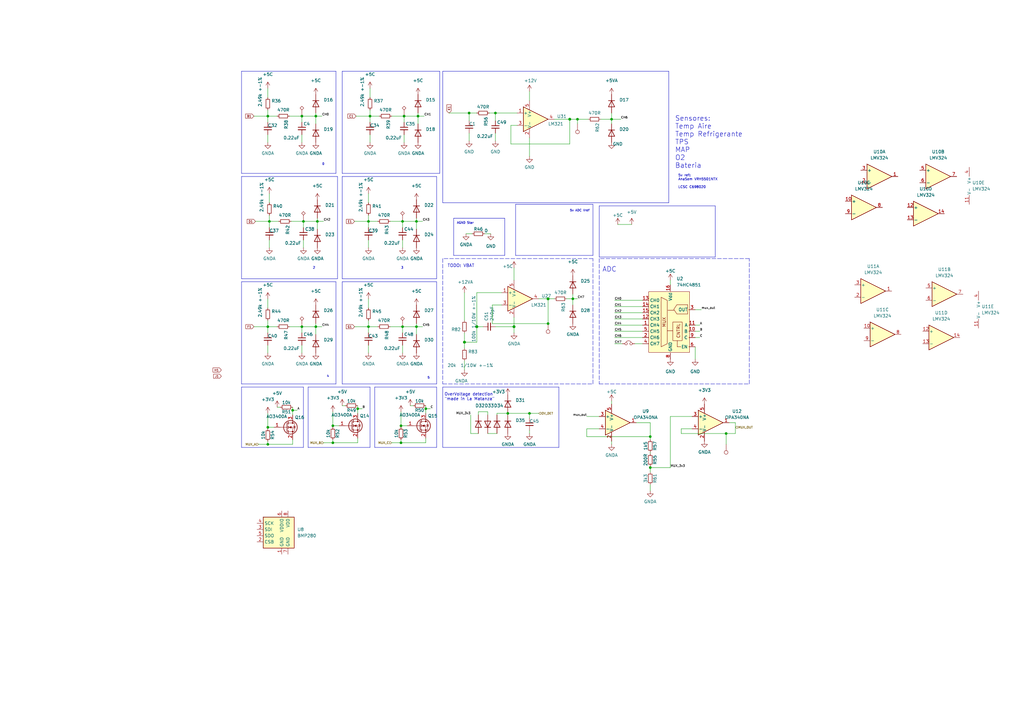
<source format=kicad_sch>
(kicad_sch (version 20230121) (generator eeschema)
  (paper "A3")
  (title_block (title "uEFI") (date "%%date%%") (rev "%%version%%") (company "Churrosoft") (comment 1 "MIT Licence"))
  (junction (at 129.54 47.625))
  (junction (at 250.825 48.895))
  (junction (at 233.68 48.895) (diameter 1.016))
  (junction (at 164.465 174.625))
  (junction (at 195.58 133.985) (diameter 1.016))
  (junction (at 234.95 122.555))
  (junction (at 110.49 90.805))
  (junction (at 109.855 47.625))
  (junction (at 120.015 168.275))
  (junction (at 165.1 133.985))
  (junction (at 236.855 48.895))
  (junction (at 297.815 177.8))
  (junction (at 136.525 181.61))
  (junction (at 109.855 133.985))
  (junction (at 123.825 47.625))
  (junction (at 224.79 122.555) (diameter 1.016))
  (junction (at 170.815 133.985))
  (junction (at 109.855 175.26))
  (junction (at 217.17 169.545))
  (junction (at 174.625 167.64))
  (junction (at 192.405 46.355))
  (junction (at 129.54 133.985))
  (junction (at 224.79 132.715))
  (junction (at 151.13 133.985))
  (junction (at 146.685 167.64))
  (junction (at 124.46 90.805))
  (junction (at 266.7 191.77))
  (junction (at 210.82 133.985) (diameter 1.016))
  (junction (at 208.28 169.545))
  (junction (at 151.13 90.805))
  (junction (at 165.1 90.805))
  (junction (at 266.7 179.07))
  (junction (at 170.815 90.805))
  (junction (at 136.525 174.625))
  (junction (at 171.45 47.625))
  (junction (at 203.2 46.355))
  (junction (at 164.465 181.61))
  (junction (at 130.175 90.805))
  (junction (at 123.825 133.985))
  (junction (at 165.735 47.625))
  (junction (at 109.855 182.245))
  (junction (at 190.5 140.335) (diameter 1.016))
  (junction (at 151.765 47.625))
  (wire (pts (xy 203.835 169.545) (xy 208.28 169.545)))
  (polyline (pts (xy 99.06 115.57) (xy 137.795 115.57)))
  (wire (pts (xy 120.015 168.275) (xy 120.015 170.18)))
  (wire (pts (xy 274.955 170.815) (xy 283.845 170.815)))
  (wire (pts (xy 165.735 55.245) (xy 165.735 58.42)))
  (wire (pts (xy 109.855 141.605) (xy 109.855 144.78)))
  (polyline (pts (xy 181.61 157.48) (xy 243.205 157.48)) (stroke (width 0) (type dash)))
  (polyline (pts (xy 140.335 29.21) (xy 180.34 29.21)))
  (wire (pts (xy 240.665 175.895) (xy 240.665 179.07)))
  (wire (pts (xy 170.815 89.535) (xy 170.815 90.805)))
  (wire (pts (xy 266.7 185.42) (xy 266.7 186.055)))
  (wire (pts (xy 205.74 125.095) (xy 201.93 125.095)))
  (wire (pts (xy 266.7 191.77) (xy 266.7 193.675)))
  (polyline (pts (xy 179.07 114.3) (xy 140.335 114.3)))
  (wire (pts (xy 151.765 47.625) (xy 155.575 47.625)))
  (polyline (pts (xy 137.795 29.21) (xy 137.795 71.12)))
  (polyline (pts (xy 153.67 158.75) (xy 153.67 183.515)))
  (polyline (pts (xy 140.335 115.57) (xy 140.335 157.48)))
  (polyline (pts (xy 274.32 29.21) (xy 274.32 83.185)))
  (polyline (pts (xy 181.61 29.21) (xy 274.32 29.21)))
  (wire (pts (xy 266.7 191.135) (xy 266.7 191.77)))
  (wire (pts (xy 124.46 93.345) (xy 124.46 90.805)))
  (wire (pts (xy 145.415 90.805) (xy 151.13 90.805)))
  (wire (pts (xy 196.215 168.91) (xy 200.025 168.91)))
  (wire (pts (xy 190.5 120.015) (xy 190.5 131.445)))
  (wire (pts (xy 266.7 179.07) (xy 266.7 180.34)))
  (wire (pts (xy 104.14 47.625) (xy 109.855 47.625)))
  (wire (pts (xy 120.015 168.275) (xy 121.92 168.275)))
  (wire (pts (xy 210.82 114.935) (xy 210.82 109.855)))
  (wire (pts (xy 217.17 169.545) (xy 220.98 169.545)))
  (wire (pts (xy 193.04 177.8) (xy 196.215 177.8)))
  (wire (pts (xy 274.955 114.935) (xy 274.955 116.84)))
  (wire (pts (xy 279.4 177.8) (xy 297.815 177.8)))
  (wire (pts (xy 246.38 48.895) (xy 250.825 48.895)))
  (wire (pts (xy 190.5 140.335) (xy 190.5 142.875)))
  (wire (pts (xy 130.175 90.805) (xy 132.715 90.805)))
  (wire (pts (xy 234.95 120.65) (xy 234.95 122.555)))
  (wire (pts (xy 129.54 133.985) (xy 132.08 133.985)))
  (polyline (pts (xy 245.745 84.455) (xy 245.745 105.41)))
  (polyline (pts (xy 126.365 158.75) (xy 151.765 158.75)))
  (wire (pts (xy 109.855 182.245) (xy 120.015 182.245)))
  (wire (pts (xy 250.825 46.355) (xy 250.825 48.895)))
  (polyline (pts (xy 137.795 71.12) (xy 99.06 71.12)))
  (wire (pts (xy 283.845 175.895) (xy 279.4 175.895)))
  (wire (pts (xy 203.2 46.355) (xy 212.09 46.355)))
  (polyline (pts (xy 211.455 83.82) (xy 211.455 104.775)))
  (wire (pts (xy 200.025 177.8) (xy 203.835 177.8)))
  (wire (pts (xy 151.13 90.805) (xy 154.94 90.805)))
  (wire (pts (xy 109.855 175.895) (xy 109.855 175.26)))
  (wire (pts (xy 203.2 54.61) (xy 203.2 57.785)))
  (polyline (pts (xy 181.61 158.75) (xy 181.61 183.515)))
  (wire (pts (xy 129.54 46.355) (xy 129.54 47.625)))
  (polyline (pts (xy 138.43 72.39) (xy 138.43 114.3)))
  (wire (pts (xy 274.955 191.77) (xy 274.955 170.815)))
  (wire (pts (xy 192.405 46.355) (xy 192.405 49.53)))
  (wire (pts (xy 118.745 47.625) (xy 123.825 47.625)))
  (polyline (pts (xy 181.61 158.75) (xy 229.235 158.75)))
  (wire (pts (xy 110.49 90.805) (xy 114.3 90.805)))
  (wire (pts (xy 224.79 122.555) (xy 220.98 122.555)))
  (wire (pts (xy 170.815 133.985) (xy 173.355 133.985)))
  (polyline (pts (xy 179.07 157.48) (xy 140.335 157.48)))
  (wire (pts (xy 110.49 79.375) (xy 110.49 83.185)))
  (polyline (pts (xy 140.335 72.39) (xy 179.07 72.39)))
  (wire (pts (xy 160.02 90.805) (xy 165.1 90.805)))
  (wire (pts (xy 233.68 48.895) (xy 227.33 48.895)))
  (wire (pts (xy 160.02 133.985) (xy 165.1 133.985)))
  (wire (pts (xy 151.13 98.425) (xy 151.13 101.6)))
  (wire (pts (xy 240.665 170.815) (xy 245.745 170.815)))
  (polyline (pts (xy 181.61 106.045) (xy 181.61 157.48)) (stroke (width 0) (type dash)))
  (wire (pts (xy 184.15 46.355) (xy 192.405 46.355)))
  (wire (pts (xy 201.93 132.715) (xy 224.79 132.715)))
  (wire (pts (xy 106.045 182.245) (xy 109.855 182.245)))
  (polyline (pts (xy 245.745 106.045) (xy 245.745 157.48)) (stroke (width 0) (type dash)))
  (wire (pts (xy 174.625 167.64) (xy 176.53 167.64)))
  (wire (pts (xy 198.12 133.985) (xy 195.58 133.985)))
  (wire (pts (xy 104.14 133.985) (xy 109.855 133.985)))
  (wire (pts (xy 250.825 164.465) (xy 250.825 165.735)))
  (polyline (pts (xy 126.365 158.75) (xy 126.365 183.515)))
  (wire (pts (xy 191.135 95.885) (xy 193.675 95.885)))
  (polyline (pts (xy 211.455 83.82) (xy 243.205 83.82)))
  (wire (pts (xy 217.17 176.53) (xy 217.17 177.8)))
  (wire (pts (xy 165.735 47.625) (xy 171.45 47.625)))
  (wire (pts (xy 165.1 90.805) (xy 170.815 90.805)))
  (wire (pts (xy 165.1 98.425) (xy 165.1 101.6)))
  (wire (pts (xy 233.68 48.895) (xy 236.855 48.895)))
  (wire (pts (xy 203.2 46.355) (xy 203.2 49.53)))
  (wire (pts (xy 285.115 142.24) (xy 285.115 147.32)))
  (wire (pts (xy 164.465 180.34) (xy 164.465 181.61)))
  (wire (pts (xy 124.46 98.425) (xy 124.46 101.6)))
  (wire (pts (xy 208.28 169.545) (xy 217.17 169.545)))
  (wire (pts (xy 110.49 90.805) (xy 110.49 93.345)))
  (polyline (pts (xy 99.06 158.75) (xy 99.06 183.515)))
  (polyline (pts (xy 186.055 89.535) (xy 189.865 89.535)))
  (polyline (pts (xy 245.745 84.455) (xy 293.37 84.455)))
  (wire (pts (xy 170.815 90.805) (xy 173.355 90.805)))
  (wire (pts (xy 109.855 169.545) (xy 109.855 175.26)))
  (wire (pts (xy 193.04 170.18) (xy 193.04 177.8)))
  (polyline (pts (xy 153.67 158.75) (xy 179.07 158.75)))
  (polyline (pts (xy 138.43 114.3) (xy 99.06 114.3)))
  (polyline (pts (xy 293.37 105.41) (xy 293.37 84.455)))
  (polyline (pts (xy 153.67 183.515) (xy 179.07 183.515)))
  (wire (pts (xy 170.815 132.715) (xy 170.815 133.985)))
  (wire (pts (xy 236.855 48.895) (xy 241.3 48.895)))
  (wire (pts (xy 174.625 179.705) (xy 174.625 181.61)))
  (wire (pts (xy 232.41 122.555) (xy 234.95 122.555)))
  (wire (pts (xy 140.335 166.37) (xy 141.605 166.37)))
  (wire (pts (xy 136.525 175.26) (xy 136.525 174.625)))
  (wire (pts (xy 252.095 135.89) (xy 263.525 135.89)))
  (wire (pts (xy 234.95 122.555) (xy 236.855 122.555)))
  (wire (pts (xy 151.13 133.985) (xy 154.94 133.985)))
  (wire (pts (xy 110.49 98.425) (xy 110.49 101.6)))
  (wire (pts (xy 165.1 141.605) (xy 165.1 144.78)))
  (wire (pts (xy 129.54 133.985) (xy 129.54 137.16)))
  (wire (pts (xy 201.93 125.095) (xy 201.93 132.715)))
  (wire (pts (xy 253.365 92.075) (xy 259.08 92.075)))
  (polyline (pts (xy 99.06 158.75) (xy 124.46 158.75)))
  (wire (pts (xy 301.625 177.8) (xy 301.625 173.355)))
  (polyline (pts (xy 274.32 83.185) (xy 181.61 83.185)))
  (wire (pts (xy 109.855 175.26) (xy 112.395 175.26)))
  (wire (pts (xy 190.5 147.955) (xy 190.5 151.765)))
  (wire (pts (xy 195.58 120.015) (xy 205.74 120.015)))
  (wire (pts (xy 297.815 177.8) (xy 297.815 182.245)))
  (wire (pts (xy 151.13 141.605) (xy 151.13 144.78)))
  (wire (pts (xy 171.45 46.355) (xy 171.45 47.625)))
  (wire (pts (xy 136.525 168.91) (xy 136.525 174.625)))
  (wire (pts (xy 192.405 54.61) (xy 192.405 57.785)))
  (wire (pts (xy 217.17 41.275) (xy 217.17 37.465)))
  (wire (pts (xy 165.1 133.985) (xy 170.815 133.985)))
  (wire (pts (xy 123.825 50.165) (xy 123.825 47.625)))
  (wire (pts (xy 104.775 90.805) (xy 110.49 90.805)))
  (wire (pts (xy 118.745 133.985) (xy 123.825 133.985)))
  (wire (pts (xy 297.815 177.8) (xy 301.625 177.8)))
  (polyline (pts (xy 180.34 29.21) (xy 180.34 71.12)))
  (polyline (pts (xy 179.07 183.515) (xy 179.07 158.75)))
  (wire (pts (xy 123.825 133.985) (xy 129.54 133.985)))
  (polyline (pts (xy 186.055 104.775) (xy 186.055 89.535)))
  (polyline (pts (xy 151.765 183.515) (xy 151.765 158.75)))
  (polyline (pts (xy 140.335 29.21) (xy 140.335 71.12)))
  (wire (pts (xy 132.715 181.61) (xy 136.525 181.61)))
  (wire (pts (xy 123.825 141.605) (xy 123.825 144.78)))
  (polyline (pts (xy 243.205 106.045) (xy 181.61 106.045)) (stroke (width 0) (type dash)))
  (polyline (pts (xy 207.01 89.535) (xy 207.01 104.775)))
  (wire (pts (xy 210.82 133.985) (xy 210.82 130.175)))
  (wire (pts (xy 252.095 128.27) (xy 263.525 128.27)))
  (wire (pts (xy 250.825 180.975) (xy 250.825 182.245)))
  (wire (pts (xy 136.525 180.34) (xy 136.525 181.61)))
  (wire (pts (xy 123.825 47.625) (xy 129.54 47.625)))
  (wire (pts (xy 119.38 90.805) (xy 124.46 90.805)))
  (wire (pts (xy 285.115 133.35) (xy 287.02 133.35)))
  (polyline (pts (xy 207.01 104.775) (xy 186.055 104.775)))
  (wire (pts (xy 151.13 90.805) (xy 151.13 93.345)))
  (wire (pts (xy 200.025 168.91) (xy 200.025 170.18)))
  (wire (pts (xy 123.825 136.525) (xy 123.825 133.985)))
  (wire (pts (xy 151.13 88.265) (xy 151.13 90.805)))
  (wire (pts (xy 195.58 120.015) (xy 195.58 133.985)))
  (wire (pts (xy 151.13 133.985) (xy 151.13 136.525)))
  (wire (pts (xy 109.855 131.445) (xy 109.855 133.985)))
  (wire (pts (xy 171.45 47.625) (xy 171.45 50.8)))
  (polyline (pts (xy 137.795 157.48) (xy 99.06 157.48)))
  (polyline (pts (xy 99.06 72.39) (xy 99.06 114.3)))
  (wire (pts (xy 285.115 135.89) (xy 287.02 135.89)))
  (wire (pts (xy 252.095 140.97) (xy 255.27 140.97)))
  (wire (pts (xy 260.35 140.97) (xy 263.525 140.97)))
  (wire (pts (xy 165.1 93.345) (xy 165.1 90.805)))
  (wire (pts (xy 195.58 133.985) (xy 195.58 140.335)))
  (wire (pts (xy 170.815 90.805) (xy 170.815 93.98)))
  (wire (pts (xy 192.405 46.355) (xy 195.58 46.355)))
  (wire (pts (xy 129.54 132.715) (xy 129.54 133.985)))
  (wire (pts (xy 266.7 198.755) (xy 266.7 201.295)))
  (wire (pts (xy 109.855 47.625) (xy 109.855 50.165)))
  (wire (pts (xy 209.55 59.055) (xy 233.68 59.055)))
  (wire (pts (xy 285.115 127) (xy 287.655 127)))
  (polyline (pts (xy 99.06 29.21) (xy 99.06 71.12)))
  (polyline (pts (xy 307.34 106.045) (xy 245.745 106.045)) (stroke (width 0) (type dash)))
  (wire (pts (xy 236.855 50.8) (xy 236.855 48.895)))
  (wire (pts (xy 109.855 36.195) (xy 109.855 40.005)))
  (wire (pts (xy 240.665 179.07) (xy 266.7 179.07)))
  (polyline (pts (xy 99.06 183.515) (xy 124.46 183.515)))
  (wire (pts (xy 252.095 138.43) (xy 263.525 138.43)))
  (wire (pts (xy 124.46 90.805) (xy 130.175 90.805)))
  (wire (pts (xy 151.13 131.445) (xy 151.13 133.985)))
  (wire (pts (xy 165.735 50.165) (xy 165.735 47.625)))
  (wire (pts (xy 171.45 47.625) (xy 173.99 47.625)))
  (polyline (pts (xy 243.205 157.48) (xy 243.205 106.045)) (stroke (width 0) (type dash)))
  (wire (pts (xy 212.09 51.435) (xy 209.55 51.435)))
  (wire (pts (xy 160.655 181.61) (xy 164.465 181.61)))
  (wire (pts (xy 146.05 47.625) (xy 151.765 47.625)))
  (wire (pts (xy 145.415 133.985) (xy 151.13 133.985)))
  (wire (pts (xy 252.095 133.35) (xy 263.525 133.35)))
  (wire (pts (xy 109.855 55.245) (xy 109.855 58.42)))
  (wire (pts (xy 250.825 48.895) (xy 254.635 48.895)))
  (polyline (pts (xy 189.865 89.535) (xy 207.01 89.535)))
  (wire (pts (xy 198.755 95.885) (xy 201.295 95.885)))
  (wire (pts (xy 146.685 179.705) (xy 146.685 181.61)))
  (wire (pts (xy 301.625 173.355) (xy 299.085 173.355)))
  (wire (pts (xy 200.66 46.355) (xy 203.2 46.355)))
  (wire (pts (xy 217.17 171.45) (xy 217.17 169.545)))
  (wire (pts (xy 170.815 133.985) (xy 170.815 137.16)))
  (wire (pts (xy 209.55 51.435) (xy 209.55 59.055)))
  (wire (pts (xy 130.175 90.805) (xy 130.175 93.98)))
  (polyline (pts (xy 124.46 183.515) (xy 124.46 158.75)))
  (wire (pts (xy 151.765 45.085) (xy 151.765 47.625)))
  (wire (pts (xy 266.7 191.77) (xy 274.955 191.77)))
  (polyline (pts (xy 99.06 72.39) (xy 138.43 72.39)))
  (polyline (pts (xy 211.455 104.775) (xy 243.205 104.775)))
  (wire (pts (xy 113.665 167.005) (xy 114.935 167.005)))
  (wire (pts (xy 279.4 175.895) (xy 279.4 177.8)))
  (wire (pts (xy 120.015 180.34) (xy 120.015 182.245)))
  (polyline (pts (xy 99.06 115.57) (xy 99.06 157.48)))
  (polyline (pts (xy 137.795 115.57) (xy 137.795 157.48)))
  (wire (pts (xy 136.525 174.625) (xy 139.065 174.625)))
  (wire (pts (xy 174.625 166.37) (xy 174.625 167.64)))
  (polyline (pts (xy 180.34 71.12) (xy 140.335 71.12)))
  (wire (pts (xy 129.54 47.625) (xy 132.08 47.625)))
  (wire (pts (xy 151.13 79.375) (xy 151.13 83.185)))
  (wire (pts (xy 109.855 133.985) (xy 109.855 136.525)))
  (polyline (pts (xy 140.335 115.57) (xy 179.07 115.57)))
  (wire (pts (xy 210.82 136.525) (xy 210.82 133.985)))
  (wire (pts (xy 203.835 170.18) (xy 203.835 169.545)))
  (wire (pts (xy 266.7 179.07) (xy 266.7 173.355)))
  (wire (pts (xy 234.95 122.555) (xy 234.95 125.095)))
  (wire (pts (xy 120.015 167.005) (xy 120.015 168.275)))
  (wire (pts (xy 168.275 166.37) (xy 169.545 166.37)))
  (wire (pts (xy 123.825 55.245) (xy 123.825 58.42)))
  (polyline (pts (xy 99.06 29.21) (xy 137.795 29.21)))
  (wire (pts (xy 146.685 167.64) (xy 148.59 167.64)))
  (polyline (pts (xy 140.335 72.39) (xy 140.335 114.3)))
  (wire (pts (xy 130.175 89.535) (xy 130.175 90.805)))
  (wire (pts (xy 109.855 180.975) (xy 109.855 182.245)))
  (wire (pts (xy 217.17 56.515) (xy 217.17 64.135)))
  (wire (pts (xy 146.685 166.37) (xy 146.685 167.64)))
  (polyline (pts (xy 181.61 183.515) (xy 229.235 183.515)))
  (wire (pts (xy 164.465 174.625) (xy 167.005 174.625)))
  (wire (pts (xy 252.095 130.81) (xy 263.525 130.81)))
  (wire (pts (xy 164.465 175.26) (xy 164.465 174.625)))
  (wire (pts (xy 224.79 132.715) (xy 224.79 122.555)))
  (wire (pts (xy 151.765 36.195) (xy 151.765 40.005)))
  (wire (pts (xy 151.765 55.245) (xy 151.765 58.42)))
  (polyline (pts (xy 181.61 29.21) (xy 181.61 83.185)))
  (wire (pts (xy 233.68 59.055) (xy 233.68 48.895)))
  (wire (pts (xy 160.655 47.625) (xy 165.735 47.625)))
  (wire (pts (xy 109.855 133.985) (xy 113.665 133.985)))
  (wire (pts (xy 110.49 88.265) (xy 110.49 90.805)))
  (wire (pts (xy 151.13 122.555) (xy 151.13 126.365)))
  (wire (pts (xy 245.745 175.895) (xy 240.665 175.895)))
  (wire (pts (xy 196.215 170.18) (xy 196.215 168.91)))
  (polyline (pts (xy 179.07 72.39) (xy 179.07 114.3)))
  (wire (pts (xy 174.625 167.64) (xy 174.625 169.545)))
  (polyline (pts (xy 126.365 183.515) (xy 151.765 183.515)))
  (wire (pts (xy 190.5 136.525) (xy 190.5 140.335)))
  (wire (pts (xy 165.1 136.525) (xy 165.1 133.985)))
  (wire (pts (xy 109.855 47.625) (xy 113.665 47.625)))
  (wire (pts (xy 109.855 45.085) (xy 109.855 47.625)))
  (wire (pts (xy 266.7 173.355) (xy 260.985 173.355)))
  (wire (pts (xy 109.855 122.555) (xy 109.855 126.365)))
  (wire (pts (xy 136.525 181.61) (xy 146.685 181.61)))
  (wire (pts (xy 252.095 125.73) (xy 263.525 125.73)))
  (wire (pts (xy 164.465 181.61) (xy 174.625 181.61)))
  (polyline (pts (xy 307.34 157.48) (xy 307.34 106.045)) (stroke (width 0) (type dash)))
  (polyline (pts (xy 229.235 183.515) (xy 229.235 158.75)))
  (wire (pts (xy 164.465 168.91) (xy 164.465 174.625)))
  (wire (pts (xy 195.58 140.335) (xy 190.5 140.335)))
  (polyline (pts (xy 179.07 115.57) (xy 179.07 157.48)))
  (wire (pts (xy 203.2 133.985) (xy 210.82 133.985)))
  (wire (pts (xy 208.28 169.545) (xy 208.28 170.18)))
  (wire (pts (xy 250.825 48.895) (xy 250.825 50.8)))
  (wire (pts (xy 129.54 47.625) (xy 129.54 50.8)))
  (wire (pts (xy 252.095 123.19) (xy 263.525 123.19)))
  (polyline (pts (xy 245.745 105.41) (xy 293.37 105.41)))
  (polyline (pts (xy 243.205 104.775) (xy 243.205 83.82)))
  (wire (pts (xy 224.79 122.555) (xy 227.33 122.555)))
  (polyline (pts (xy 245.745 157.48) (xy 307.34 157.48)) (stroke (width 0) (type dash)))
  (wire (pts (xy 146.685 167.64) (xy 146.685 169.545)))
  (wire (pts (xy 151.765 47.625) (xy 151.765 50.165)))
  (wire (pts (xy 285.115 138.43) (xy 287.02 138.43)))
  (text "TODO: VBAT" (at 183.515 109.855 0) (effects (font (size 1.27 1.27)) (justify left bottom)))
  (text "2" (at 128.27 110.49 0) (effects (font (size 0.889 0.889)) (justify left bottom)))
  (text "Sensores:\nTemp Aire\nTemp Refrigerante\nTPS\nMAP\nO2\nBateria\n" (at 276.86 69.215 0) (effects (font (size 2 2)) (justify left bottom)))
  (text "5" (at 175.26 155.575 0) (effects (font (size 0.889 0.889)) (justify left bottom)))
  (text "OverVoltage detection\n\"made in La Matanza\"" (at 182.245 164.465 0) (effects (font (size 1.2 1.2)) (justify left bottom)))
  (text "ADC" (at 247.015 111.76 0) (effects (font (size 2 2)) (justify left bottom)))
  (text "3" (at 164.465 110.49 0) (effects (font (size 0.889 0.889)) (justify left bottom)))
  (text "5v ADC Vref" (at 233.68 86.995 0) (effects (font (size 0.889 0.889)) (justify left bottom)))
  (text "5v ref:\nAnaSem VRH5501NTX\n\nLCSC C698020" (at 278.13 77.47 0) (effects (font (size 1 1)) (justify left bottom)))
  (text "4" (at 133.985 154.94 0) (effects (font (size 0.889 0.889)) (justify left bottom)))
  (text "0" (at 132.08 67.945 0) (effects (font (size 0.889 0.889)) (justify left bottom)))
  (text "AGND Star" (at 187.325 92.075 0) (effects (font (size 0.889 0.889)) (justify left bottom)))
  (label "C" (at 287.02 138.43 0) (effects (font (size 0.889 0.889))))
  (label "CH1" (at 173.99 47.625 0) (effects (font (size 0.889 0.889))))
  (label "CH3" (at 173.355 90.805 0) (effects (font (size 0.889 0.889))))
  (label "A" (at 287.02 133.35 0) (effects (font (size 0.889 0.889))))
  (label "CH2" (at 132.715 90.805 0) (effects (font (size 0.889 0.889))))
  (label "CH7" (at 236.855 122.555 0) (effects (font (size 0.889 0.889))))
  (label "CH5" (at 173.355 133.985 0) (effects (font (size 0.889 0.889))))
  (label "CH4" (at 132.08 133.985 0) (effects (font (size 0.889 0.889))))
  (label "CH5" (at 252.095 135.89 0) (effects (font (size 0.889 0.889))))
  (label "C" (at 176.53 167.64 0) (effects (font (size 0.889 0.889))))
  (label "B" (at 287.02 135.89 0) (effects (font (size 0.889 0.889))))
  (label "mux_out" (at 287.655 127 0) (effects (font (size 0.889 0.889))))
  (label "B" (at 148.59 167.64 0) (effects (font (size 0.889 0.889))))
  (label "A" (at 121.92 168.275 0) (effects (font (size 0.889 0.889))))
  (label "CH7" (at 252.095 140.97 0) (effects (font (size 0.889 0.889))))
  (label "MUX_3v3" (at 193.04 170.18 180) (effects (font (size 0.889 0.889))))
  (label "CH3" (at 252.095 130.81 0) (effects (font (size 0.889 0.889))))
  (label "mux_out" (at 240.665 170.815 180) (effects (font (size 0.889 0.889))))
  (label "CH1" (at 252.095 125.73 0) (effects (font (size 0.889 0.889))))
  (label "CH6" (at 254.635 48.895 0) (effects (font (size 0.889 0.889))))
  (label "CH0" (at 252.095 123.19 0) (effects (font (size 0.889 0.889))))
  (label "CH6" (at 252.095 138.43 0) (effects (font (size 0.889 0.889))))
  (label "MUX_3v3" (at 274.955 191.77 0) (effects (font (size 0.889 0.889))))
  (label "CH2" (at 252.095 128.27 0) (effects (font (size 0.889 0.889))))
  (label "CH0" (at 132.08 47.625 0) (effects (font (size 0.889 0.889))))
  (label "CH4" (at 252.095 133.35 0) (effects (font (size 0.889 0.889))))
  (global_label "H1" (shape input) (at 90.805 151.765 180) (effects (font (size 0.889 0.889))) (property "Intersheetrefs" "${INTERSHEET_REFS}" (effects hide)))
  (global_label "G1" (shape input) (at 145.415 133.985 180) (effects (font (size 0.889 0.889))) (property "Intersheetrefs" "${INTERSHEET_REFS}" (effects hide)))
  (global_label "K1" (shape input) (at 184.15 46.355 90) (effects (font (size 0.889 0.889))) (property "Intersheetrefs" "${INTERSHEET_REFS}" (effects hide)))
  (global_label "C1" (shape input) (at 146.05 47.625 180) (effects (font (size 0.889 0.889))) (property "Intersheetrefs" "${INTERSHEET_REFS}" (effects hide)))
  (global_label "B1" (shape input) (at 104.14 47.625 180) (effects (font (size 0.889 0.889))) (property "Intersheetrefs" "${INTERSHEET_REFS}" (effects hide)))
  (global_label "D1" (shape input) (at 104.775 90.805 180) (effects (font (size 0.889 0.889))) (property "Intersheetrefs" "${INTERSHEET_REFS}" (effects hide)))
  (global_label "J1" (shape input) (at 90.805 154.305 180) (effects (font (size 0.889 0.889))) (property "Intersheetrefs" "${INTERSHEET_REFS}" (effects hide)))
  (global_label "E1" (shape input) (at 145.415 90.805 180) (effects (font (size 0.889 0.889))) (property "Intersheetrefs" "${INTERSHEET_REFS}" (effects hide)))
  (global_label "F1" (shape input) (at 104.14 133.985 180) (effects (font (size 0.889 0.889))) (property "Intersheetrefs" "${INTERSHEET_REFS}" (effects hide)))
  (hierarchical_label "OV_DET" (shape input) (at 220.98 169.545 0) (effects (font (size 0.889 0.889))))
  (hierarchical_label "MUX_A" (shape input) (at 106.045 182.245 180) (effects (font (size 0.889 0.889))))
  (hierarchical_label "MUX_B" (shape input) (at 132.715 181.61 180) (effects (font (size 0.889 0.889))))
  (hierarchical_label "MUX_OUT" (shape input) (at 301.625 175.26 0) (effects (font (size 0.889 0.889))))
  (hierarchical_label "MUX_C" (shape input) (at 160.655 181.61 180) (effects (font (size 0.889 0.889))))
  (symbol (lib_id "Device:C_Small") (at 200.66 133.985 90) (unit 1)
    (property "Reference" "C51" (at 199.4916 131.6482 0) (effects (justify left)))
    (property "Value" "240pF" (at 201.803 131.6482 0) (effects (justify left)))
    (property "Footprint" "Capacitor_SMD:C_0603_1608Metric" (effects hide))
    (property "LCSC" "C185593" (effects hide))
  )
  (symbol (lib_id "Amplifier_Operational:LM321") (at 219.71 48.895 0) (unit 1)
    (property "Reference" "U31" (at 228.4476 47.7266 0) (effects (justify left)))
    (property "Value" "LM321" (at 224.79 50.8 0) (effects (justify left)))
    (property "Footprint" "Package_TO_SOT_SMD:SOT-23-5" (effects hide))
    (property "Datasheet" "http://www.ti.com/lit/ds/symlink/lm321.pdf" (effects hide))
  )
  (symbol (lib_id "power:+12V") (at 217.17 37.465 0) (unit 1)
    (property "Reference" "#PWR0151" (effects hide))
    (property "Value" "+12V" (at 217.551 33.0708 0))
  )
  (symbol (lib_id "Device:R_Small") (at 190.5 145.415 0) (unit 1)
    (property "Reference" "R83" (at 191.9986 144.2466 0) (effects (justify left)))
    (property "Value" "20k  1/10W +-1%" (at 183.515 149.86 0) (effects (justify left)))
    (property "Footprint" "Resistor_SMD:R_0603_1608Metric" (effects hide))
  )
  (symbol (lib_id "Amplifier_Operational:LM321") (at 213.36 122.555 0) (unit 1)
    (property "Reference" "U27" (at 222.0976 121.3866 0) (effects (justify left)))
    (property "Value" "LM321" (at 217.805 125.095 0) (effects (justify left)))
    (property "Footprint" "Package_TO_SOT_SMD:SOT-23-5" (effects hide))
    (property "Datasheet" "http://www.ti.com/lit/ds/symlink/lm321.pdf" (effects hide))
  )
  (symbol (lib_id "Device:R_Small") (at 190.5 133.985 180) (unit 1)
    (property "Reference" "R82" (at 189.0014 135.1534 0) (effects (justify left)))
    (property "Value" "100k 1/10W +-1%" (at 194.31 121.285 90) (effects (justify left)))
    (property "Footprint" "Resistor_SMD:R_0603_1608Metric" (effects hide))
    (property "LCSC" "C217840" (effects hide))
  )
  (symbol (lib_id "power:+5C") (at 151.13 79.375 0) (unit 1)
    (property "Reference" "#PWR060" (effects hide))
    (property "Value" "+5C" (at 151.13 73.66 0))
  )
  (symbol (lib_id "power:+12VA") (at 190.5 120.015 0) (unit 1)
    (property "Reference" "#PWR0179" (effects hide))
    (property "Value" "+12VA" (at 190.8683 115.6906 0))
  )
  (symbol (lib_id "power:GNDA") (at 171.45 58.42 0) (unit 1)
    (property "Reference" "#PWR048" (effects hide))
    (property "Value" "GNDA" (at 171.45 62.865 0))
  )
  (symbol (lib_id "Device:R_Small") (at 198.12 46.355 270) (unit 1)
    (property "Reference" "R56" (at 199.2884 47.8536 0) (effects (justify left)))
    (property "Value" "470R" (at 195.58 43.815 90) (effects (justify left)))
    (property "Footprint" "Resistor_SMD:R_0603_1608Metric" (effects hide))
  )
  (symbol (lib_id "power:GNDA") (at 129.54 58.42 0) (unit 1)
    (property "Reference" "#PWR042" (effects hide))
    (property "Value" "GNDA" (at 129.54 62.865 0))
  )
  (symbol (lib_id "Amplifier_Operational:OPA340NA") (at 253.365 173.355 0) (unit 1)
    (property "Reference" "U9" (at 264.795 168.656 0))
    (property "Value" "OPA340NA" (at 264.795 171.196 0))
    (property "Footprint" "Package_TO_SOT_SMD:SOT-23-5" (effects hide))
    (property "Datasheet" "http://www.ti.com/lit/ds/symlink/opa340.pdf" (effects hide))
  )
  (symbol (lib_id "power:+5C") (at 151.13 122.555 0) (unit 1)
    (property "Reference" "#PWR083" (effects hide))
    (property "Value" "+5C" (at 151.13 116.84 0))
  )
  (symbol (lib_id "power:GNDA") (at 191.135 95.885 0) (unit 1)
    (property "Reference" "#PWR064" (effects hide))
    (property "Value" "GNDA" (at 191.135 100.33 0))
  )
  (symbol (lib_id "Amplifier_Operational:LMV324") (at 384.81 72.39 0) (unit 2)
    (property "Reference" "U10" (at 384.81 62.23 0))
    (property "Value" "LMV324" (at 384.81 64.77 0))
    (property "Datasheet" "http://www.ti.com/lit/ds/symlink/lmv324.pdf" (effects hide))
  )
  (symbol (lib_id "power:GNDA") (at 151.765 58.42 0) (unit 1)
    (property "Reference" "#PWR037" (effects hide))
    (property "Value" "GNDA" (at 151.765 62.865 0))
  )
  (symbol (lib_id "Device:C_Small") (at 110.49 95.885 0) (unit 1)
    (property "Reference" "C37" (at 110.49 94.615 0) (effects (justify left)))
    (property "Value" "100nF" (effects hide))
    (property "Footprint" "Capacitor_SMD:C_0805_2012Metric" (effects hide))
    (property "LCSC" "C49678" (effects hide))
  )
  (symbol (lib_id "Diode:BAS316") (at 170.815 128.905 270) (unit 1)
    (property "Reference" "D27" (at 173.99 127.3174 90) (effects (justify left)))
    (property "Value" "K26" (effects hide))
    (property "Footprint" "Diode_SMD:D_SOD-323" (effects hide))
    (property "Datasheet" "https://assets.nexperia.com/documents/data-sheet/BAS16_SER.pdf" (effects hide))
    (property "LCSC" "C2922179" (effects hide))
  )
  (symbol (lib_id "Diode:BAS316") (at 234.95 128.905 270) (unit 1)
    (property "Reference" "D28" (at 238.125 127.3174 90) (effects (justify left)))
    (property "Value" "K26" (effects hide))
    (property "Footprint" "Diode_SMD:D_SOD-323" (effects hide))
    (property "Datasheet" "https://assets.nexperia.com/documents/data-sheet/BAS16_SER.pdf" (effects hide))
    (property "LCSC" "C2922179" (effects hide))
  )
  (symbol (lib_id "Transistor_FET:AO3400A") (at 144.145 174.625 0) (unit 1)
    (property "Reference" "Q14" (at 147.574 170.5609 0) (effects (justify left)))
    (property "Value" "AO3400A" (at 135.89 170.18 0) (effects (justify left)))
    (property "Footprint" "Package_TO_SOT_SMD:SOT-23" (effects hide))
    (property "Datasheet" "http://www.aosmd.com/pdfs/datasheet/AO3400A.pdf" (effects hide))
    (property "LCSC" "C347475" (effects hide))
  )
  (symbol (lib_id "power:+5C") (at 274.955 114.935 0) (unit 1)
    (property "Reference" "#PWR086" (effects hide))
    (property "Value" "+5C" (at 274.955 111.125 0))
  )
  (symbol (lib_id "Amplifier_Operational:LMV324") (at 358.14 119.38 0) (unit 1)
    (property "Reference" "U11" (at 358.14 109.22 0))
    (property "Value" "LMV324" (at 358.14 111.76 0))
    (property "Datasheet" "http://www.ti.com/lit/ds/symlink/lmv324.pdf" (effects hide))
  )
  (symbol (lib_id "Device:C_Small") (at 203.2 52.07 0) (unit 1)
    (property "Reference" "C49" (at 203.835 50.165 0) (effects (justify left)))
    (property "Value" "0.22uF" (at 195.58 55.88 0) (effects (justify left)))
    (property "Footprint" "Capacitor_SMD:C_0603_1608Metric" (effects hide))
  )
  (symbol (lib_id "Device:C_Small") (at 217.17 173.99 0) (unit 1) (in_bom no) (on_board no)
    (property "Reference" "C45" (at 217.17 172.72 0) (effects (justify left)))
    (property "Value" "100nF" (effects hide))
    (property "Footprint" "Capacitor_SMD:C_0805_2012Metric" (effects hide))
    (property "LCSC" "C49678" (effects hide))
  )
  (symbol (lib_id "Diode:BAS316") (at 170.815 97.79 270) (unit 1)
    (property "Reference" "D24" (at 173.99 96.2024 90) (effects (justify left)))
    (property "Value" "K26" (effects hide))
    (property "Footprint" "Diode_SMD:D_SOD-323" (effects hide))
    (property "Datasheet" "https://assets.nexperia.com/documents/data-sheet/BAS16_SER.pdf" (effects hide))
    (property "LCSC" "C2922179" (effects hide))
  )
  (symbol (lib_id "power:GNDA") (at 123.825 58.42 0) (unit 1)
    (property "Reference" "#PWR056" (effects hide))
    (property "Value" "GNDA" (at 123.825 62.865 0))
  )
  (symbol (lib_id "Device:R_Small") (at 110.49 85.725 180) (unit 1)
    (property "Reference" "R40" (at 111.9886 84.5566 0) (effects (justify right)))
    (property "Value" "2.49k +-1%" (at 107.315 86.995 90) (effects (justify right)))
    (property "Footprint" "Resistor_SMD:R_0603_1608Metric" (effects hide))
  )
  (symbol (lib_id "Diode:BAS316") (at 250.825 54.61 270) (unit 1)
    (property "Reference" "D20" (at 254 53.0224 90) (effects (justify left)))
    (property "Value" "K26" (effects hide))
    (property "Footprint" "Diode_SMD:D_SOD-323" (effects hide))
    (property "Datasheet" "https://assets.nexperia.com/documents/data-sheet/BAS16_SER.pdf" (effects hide))
    (property "LCSC" "C2922179" (effects hide))
  )
  (symbol (lib_id "Device:R_Small") (at 164.465 177.8 0) (mirror x) (unit 1)
    (property "Reference" "R53" (at 166.37 177.8 90))
    (property "Value" "10k" (at 162.56 177.8 90))
    (property "Footprint" "Resistor_SMD:R_0603_1608Metric" (effects hide))
  )
  (symbol (lib_id "Device:R_Small") (at 116.205 133.985 270) (unit 1)
    (property "Reference" "R47" (at 117.3734 135.4836 0) (effects (justify left)))
    (property "Value" "470R" (at 113.665 131.445 90) (effects (justify left)))
    (property "Footprint" "Resistor_SMD:R_0603_1608Metric" (effects hide))
  )
  (symbol (lib_id "Diode:BAS316") (at 208.28 165.735 270) (unit 1) (in_bom no) (on_board no)
    (property "Reference" "D31" (at 211.455 164.1474 90) (effects (justify left)))
    (property "Value" "K26" (effects hide))
    (property "Footprint" "Diode_SMD:D_SOD-323" (effects hide))
    (property "Datasheet" "https://assets.nexperia.com/documents/data-sheet/BAS16_SER.pdf" (effects hide))
    (property "LCSC" "C2922179" (effects hide))
  )
  (symbol (lib_id "power:+5C") (at 253.365 92.075 0) (unit 1)
    (property "Reference" "#PWR0131" (effects hide))
    (property "Value" "+5C" (at 253.365 88.265 0))
  )
  (symbol (lib_id "Connector:TestPoint_Alt") (at 123.825 133.985 0) (unit 1)
    (property "Reference" "TP14" (effects hide))
    (property "Value" "TestPoint_Alt" (effects hide))
    (property "Footprint" "TestPoint:TestPoint_THTPad_1.0x1.0mm_Drill0.5mm" (effects hide))
  )
  (symbol (lib_id "power:+5V") (at 113.665 167.005 0) (unit 1)
    (property "Reference" "#PWR0166" (effects hide))
    (property "Value" "+5V" (at 113.665 161.29 0))
  )
  (symbol (lib_id "power:+5C") (at 210.82 109.855 0) (unit 1)
    (property "Reference" "#PWR071" (effects hide))
    (property "Value" "+5C" (at 208.28 109.22 0))
  )
  (symbol (lib_id "Device:R_Small") (at 229.87 122.555 270) (unit 1)
    (property "Reference" "R63" (at 231.0384 124.0536 0) (effects (justify left)))
    (property "Value" "470R" (at 227.33 120.015 90) (effects (justify left)))
    (property "Footprint" "Resistor_SMD:R_0603_1608Metric" (effects hide))
  )
  (symbol (lib_id "Device:R_Small") (at 151.13 85.725 180) (unit 1)
    (property "Reference" "R41" (at 152.6286 84.5566 0) (effects (justify right)))
    (property "Value" "2.49k +-1%" (at 147.955 86.995 90) (effects (justify right)))
    (property "Footprint" "Resistor_SMD:R_0603_1608Metric" (effects hide))
  )
  (symbol (lib_id "power:+5C") (at 129.54 125.095 0) (unit 1)
    (property "Reference" "#PWR084" (effects hide))
    (property "Value" "+5C" (at 129.54 119.38 0))
  )
  (symbol (lib_id "Transistor_FET:AO3400A") (at 117.475 175.26 0) (unit 1)
    (property "Reference" "Q16" (at 120.904 171.1959 0) (effects (justify left)))
    (property "Value" "AO3400A" (at 109.22 170.815 0) (effects (justify left)))
    (property "Footprint" "Package_TO_SOT_SMD:SOT-23" (effects hide))
    (property "Datasheet" "http://www.aosmd.com/pdfs/datasheet/AO3400A.pdf" (effects hide))
    (property "LCSC" "C347475" (effects hide))
  )
  (symbol (lib_id "power:+3V3") (at 109.855 169.545 0) (unit 1)
    (property "Reference" "#PWR0175" (effects hide))
    (property "Value" "+3V3" (at 109.855 163.83 0))
  )
  (symbol (lib_id "Connector:TestPoint_Alt") (at 124.46 90.805 0) (unit 1)
    (property "Reference" "TP12" (effects hide))
    (property "Value" "TestPoint_Alt" (effects hide))
    (property "Footprint" "TestPoint:TestPoint_THTPad_1.0x1.0mm_Drill0.5mm" (effects hide))
  )
  (symbol (lib_id "Diode:BAS316") (at 250.825 42.545 270) (unit 1)
    (property "Reference" "D17" (at 254 40.9574 90) (effects (justify left)))
    (property "Value" "K26" (effects hide))
    (property "Footprint" "Diode_SMD:D_SOD-323" (effects hide))
    (property "Datasheet" "https://assets.nexperia.com/documents/data-sheet/BAS16_SER.pdf" (effects hide))
    (property "LCSC" "C2922179" (effects hide))
  )
  (symbol (lib_id "power:GNDA") (at 250.825 182.245 0) (unit 1)
    (property "Reference" "#PWR087" (effects hide))
    (property "Value" "GNDA" (at 250.825 186.69 0))
  )
  (symbol (lib_id "Sensor_Pressure:BMP280") (at 115.57 219.71 0) (unit 1)
    (property "Reference" "U8" (at 121.92 217.17 0) (effects (justify left)))
    (property "Value" "BMP280" (at 121.92 219.71 0) (effects (justify left)))
    (property "Footprint" "Package_LGA:Bosch_LGA-8_2x2.5mm_P0.65mm_ClockwisePinNumbering" (effects hide))
    (property "Datasheet" "https://ae-bst.resource.bosch.com/media/_tech/media/datasheets/BST-BMP280-DS001.pdf" (effects hide))
  )
  (symbol (lib_id "Amplifier_Operational:LMV324") (at 361.95 137.16 0) (unit 3)
    (property "Reference" "U11" (at 361.95 127 0))
    (property "Value" "LMV324" (at 361.95 129.54 0))
    (property "Datasheet" "http://www.ti.com/lit/ds/symlink/lmv324.pdf" (effects hide))
  )
  (symbol (lib_id "power:+3V3") (at 136.525 168.91 0) (unit 1)
    (property "Reference" "#PWR0167" (effects hide))
    (property "Value" "+3V3" (at 136.525 163.195 0))
  )
  (symbol (lib_id "power:GND") (at 203.2 57.785 0) (unit 1)
    (property "Reference" "#PWR0134" (effects hide))
    (property "Value" "GND" (at 203.2 62.23 0))
  )
  (symbol (lib_id "Diode:BAS316") (at 129.54 42.545 270) (unit 1)
    (property "Reference" "D16" (at 132.715 40.9574 90) (effects (justify left)))
    (property "Value" "K26" (effects hide))
    (property "Footprint" "Diode_SMD:D_SOD-323" (effects hide))
    (property "Datasheet" "https://assets.nexperia.com/documents/data-sheet/BAS16_SER.pdf" (effects hide))
    (property "LCSC" "C2922179" (effects hide))
  )
  (symbol (lib_id "power:+5C") (at 110.49 79.375 0) (unit 1)
    (property "Reference" "#PWR057" (effects hide))
    (property "Value" "+5C" (at 110.49 73.66 0))
  )
  (symbol (lib_id "power:GNDA") (at 151.13 144.78 0) (unit 1)
    (property "Reference" "#PWR095" (effects hide))
    (property "Value" "GNDA" (at 151.13 149.225 0))
  )
  (symbol (lib_id "Device:R_Small") (at 109.855 42.545 180) (unit 1)
    (property "Reference" "R36" (at 111.3536 41.3766 0) (effects (justify right)))
    (property "Value" "2.49k +-1%" (at 106.68 43.815 90) (effects (justify right)))
    (property "Footprint" "Resistor_SMD:R_0603_1608Metric" (effects hide))
  )
  (symbol (lib_id "Diode:BAS316") (at 130.175 97.79 270) (unit 1)
    (property "Reference" "D23" (at 133.35 96.2024 90) (effects (justify left)))
    (property "Value" "K26" (effects hide))
    (property "Footprint" "Diode_SMD:D_SOD-323" (effects hide))
    (property "Datasheet" "https://assets.nexperia.com/documents/data-sheet/BAS16_SER.pdf" (effects hide))
    (property "LCSC" "C2922179" (effects hide))
  )
  (symbol (lib_id "power:GNDA") (at 190.5 151.765 0) (unit 1)
    (property "Reference" "#PWR085" (effects hide))
    (property "Value" "GNDA" (at 189.23 156.21 0))
  )
  (symbol (lib_id "power:GNDA") (at 165.1 144.78 0) (unit 1)
    (property "Reference" "#PWR096" (effects hide))
    (property "Value" "GNDA" (at 165.1 149.225 0))
  )
  (symbol (lib_id "Device:C_Small") (at 151.765 52.705 0) (unit 1)
    (property "Reference" "C34" (at 151.765 51.435 0) (effects (justify left)))
    (property "Value" "100nF" (effects hide))
    (property "Footprint" "Capacitor_SMD:C_0805_2012Metric" (effects hide))
    (property "LCSC" "C49678" (effects hide))
  )
  (symbol (lib_id "Device:R_Small") (at 266.7 196.215 0) (mirror x) (unit 1)
    (property "Reference" "R61" (at 268.605 196.215 90))
    (property "Value" "3k3" (at 264.795 196.215 90))
    (property "Footprint" "Resistor_SMD:R_0603_1608Metric" (effects hide))
  )
  (symbol (lib_id "power:GND") (at 192.405 57.785 0) (unit 1)
    (property "Reference" "#PWR0133" (effects hide))
    (property "Value" "GND" (at 192.405 62.23 0))
  )
  (symbol (lib_id "Device:C_Small") (at 192.405 52.07 0) (unit 1)
    (property "Reference" "C1" (at 192.405 50.8 0) (effects (justify left)))
    (property "Value" "100nF" (effects hide))
    (property "Footprint" "Capacitor_SMD:C_0805_2012Metric" (effects hide))
    (property "LCSC" "C49678" (effects hide))
  )
  (symbol (lib_id "Diode:BAS316") (at 129.54 128.905 270) (unit 1)
    (property "Reference" "D26" (at 132.715 127.3174 90) (effects (justify left)))
    (property "Value" "K26" (effects hide))
    (property "Footprint" "Diode_SMD:D_SOD-323" (effects hide))
    (property "Datasheet" "https://assets.nexperia.com/documents/data-sheet/BAS16_SER.pdf" (effects hide))
    (property "LCSC" "C2922179" (effects hide))
  )
  (symbol (lib_id "Amplifier_Operational:LMV324") (at 360.68 72.39 0) (unit 1)
    (property "Reference" "U10" (at 360.68 62.23 0))
    (property "Value" "LMV324" (at 360.68 64.77 0))
    (property "Datasheet" "http://www.ti.com/lit/ds/symlink/lmv324.pdf" (effects hide))
  )
  (symbol (lib_id "power:GND") (at 274.955 147.32 0) (unit 1)
    (property "Reference" "#PWR082" (effects hide))
    (property "Value" "GND" (at 274.955 152.4 0))
  )
  (symbol (lib_id "power:+3V3") (at 164.465 168.91 0) (unit 1)
    (property "Reference" "#PWR0171" (effects hide))
    (property "Value" "+3V3" (at 164.465 163.195 0))
  )
  (symbol (lib_id "Device:R_Small") (at 266.7 182.88 0) (mirror x) (unit 1)
    (property "Reference" "R57" (at 268.605 182.88 90))
    (property "Value" "1k5" (at 264.795 182.88 90))
    (property "Footprint" "Resistor_SMD:R_0603_1608Metric" (effects hide))
  )
  (symbol (lib_id "power:+5V") (at 140.335 166.37 0) (unit 1)
    (property "Reference" "#PWR0132" (effects hide))
    (property "Value" "+5V" (at 140.335 160.655 0))
  )
  (symbol (lib_id "Diode:BAS316") (at 170.815 140.97 270) (unit 1)
    (property "Reference" "D30" (at 173.99 139.3824 90) (effects (justify left)))
    (property "Value" "K26" (effects hide))
    (property "Footprint" "Diode_SMD:D_SOD-323" (effects hide))
    (property "Datasheet" "https://assets.nexperia.com/documents/data-sheet/BAS16_SER.pdf" (effects hide))
    (property "LCSC" "C2922179" (effects hide))
  )
  (symbol (lib_id "power:GNDA") (at 151.13 101.6 0) (unit 1)
    (property "Reference" "#PWR068" (effects hide))
    (property "Value" "GNDA" (at 151.13 106.045 0))
  )
  (symbol (lib_id "Device:C_Small") (at 109.855 139.065 0) (unit 1)
    (property "Reference" "C40" (at 109.855 137.795 0) (effects (justify left)))
    (property "Value" "100nF" (effects hide))
    (property "Footprint" "Capacitor_SMD:C_0805_2012Metric" (effects hide))
    (property "LCSC" "C49678" (effects hide))
  )
  (symbol (lib_id "Connector:TestPoint_Alt") (at 165.1 90.805 0) (unit 1)
    (property "Reference" "TP13" (effects hide))
    (property "Value" "TestPoint_Alt" (effects hide))
    (property "Footprint" "TestPoint:TestPoint_THTPad_1.0x1.0mm_Drill0.5mm" (effects hide))
  )
  (symbol (lib_id "power:GNDA") (at 217.17 177.8 0) (unit 1)
    (property "Reference" "#PWR0100" (effects hide))
    (property "Value" "GNDA" (at 217.17 182.245 0))
  )
  (symbol (lib_id "Diode:BAS316") (at 130.175 85.725 270) (unit 1)
    (property "Reference" "D21" (at 133.35 84.1374 90) (effects (justify left)))
    (property "Value" "K26" (effects hide))
    (property "Footprint" "Diode_SMD:D_SOD-323" (effects hide))
    (property "Datasheet" "https://assets.nexperia.com/documents/data-sheet/BAS16_SER.pdf" (effects hide))
    (property "LCSC" "C2922179" (effects hide))
  )
  (symbol (lib_id "power:GND") (at 217.17 64.135 0) (unit 1)
    (property "Reference" "#PWR0157" (effects hide))
    (property "Value" "GND" (at 217.17 68.58 0))
  )
  (symbol (lib_id "power:+5V") (at 259.08 92.075 0) (unit 1)
    (property "Reference" "#PWR0164" (effects hide))
    (property "Value" "+5V" (at 259.08 86.995 0))
  )
  (symbol (lib_id "power:GND") (at 285.115 147.32 0) (unit 1)
    (property "Reference" "#PWR089" (effects hide))
    (property "Value" "GND" (at 285.115 152.4 0))
  )
  (symbol (lib_id "Amplifier_Operational:LMV324") (at 354.33 85.09 0) (unit 3)
    (property "Reference" "U10" (at 354.33 74.93 0))
    (property "Value" "LMV324" (at 354.33 77.47 0))
    (property "Datasheet" "http://www.ti.com/lit/ds/symlink/lmv324.pdf" (effects hide))
  )
  (symbol (lib_id "Device:R_Small") (at 157.48 90.805 270) (unit 1)
    (property "Reference" "R43" (at 158.6484 92.3036 0) (effects (justify left)))
    (property "Value" "470R" (at 154.94 88.265 90) (effects (justify left)))
    (property "Footprint" "Resistor_SMD:R_0603_1608Metric" (effects hide))
  )
  (symbol (lib_id "Device:C_Small") (at 123.825 52.705 0) (unit 1)
    (property "Reference" "C4" (at 124.46 50.8 0) (effects (justify left)))
    (property "Value" "0.22uF" (at 116.205 56.515 0) (effects (justify left)))
    (property "Footprint" "Capacitor_SMD:C_0603_1608Metric" (effects hide))
  )
  (symbol (lib_id "Amplifier_Operational:LMV324") (at 379.73 87.63 0) (unit 4)
    (property "Reference" "U10" (at 379.73 77.47 0))
    (property "Value" "LMV324" (at 379.73 80.01 0))
    (property "Datasheet" "http://www.ti.com/lit/ds/symlink/lmv324.pdf" (effects hide))
  )
  (symbol (lib_id "Device:C_Small") (at 109.855 52.705 0) (unit 1)
    (property "Reference" "C32" (at 109.855 51.435 0) (effects (justify left)))
    (property "Value" "100nF" (effects hide))
    (property "Footprint" "Capacitor_SMD:C_0805_2012Metric" (effects hide))
    (property "LCSC" "C49678" (effects hide))
  )
  (symbol (lib_id "power:GNDA") (at 234.95 132.715 0) (unit 1)
    (property "Reference" "#PWR077" (effects hide))
    (property "Value" "GNDA" (at 234.95 137.16 0))
  )
  (symbol (lib_id "power:GNDA") (at 170.815 101.6 0) (unit 1)
    (property "Reference" "#PWR079" (effects hide))
    (property "Value" "GNDA" (at 170.815 106.045 0))
  )
  (symbol (lib_id "Amplifier_Operational:LMV324") (at 400.05 76.2 0) (unit 5)
    (property "Reference" "U10" (at 398.78 74.93 0) (effects (justify left)))
    (property "Value" "LMV324" (at 398.78 77.47 0) (effects (justify left)))
    (property "Datasheet" "http://www.ti.com/lit/ds/symlink/lmv324.pdf" (effects hide))
  )
  (symbol (lib_id "power:+5C") (at 170.815 81.915 0) (unit 1)
    (property "Reference" "#PWR062" (effects hide))
    (property "Value" "+5C" (at 170.815 76.2 0))
  )
  (symbol (lib_id "Diode:BAS316") (at 196.215 173.99 270) (unit 1) (in_bom no) (on_board no)
    (property "Reference" "D32" (at 194.945 166.37 90) (effects (justify left)))
    (property "Value" "K26" (effects hide))
    (property "Footprint" "Diode_SMD:D_SOD-323" (effects hide))
    (property "Datasheet" "https://assets.nexperia.com/documents/data-sheet/BAS16_SER.pdf" (effects hide))
    (property "LCSC" "C2922179" (effects hide))
  )
  (symbol (lib_id "Diode:BAS316") (at 171.45 54.61 270) (unit 1)
    (property "Reference" "D18" (at 174.625 53.0224 90) (effects (justify left)))
    (property "Value" "K26" (effects hide))
    (property "Footprint" "Diode_SMD:D_SOD-323" (effects hide))
    (property "Datasheet" "https://assets.nexperia.com/documents/data-sheet/BAS16_SER.pdf" (effects hide))
    (property "LCSC" "C2922179" (effects hide))
  )
  (symbol (lib_id "Amplifier_Operational:OPA340NA") (at 291.465 173.355 0) (unit 1)
    (property "Reference" "U12" (at 302.26 168.656 0))
    (property "Value" "OPA340NA" (at 302.26 171.196 0))
    (property "Footprint" "Package_TO_SOT_SMD:SOT-23-5" (effects hide))
    (property "Datasheet" "http://www.ti.com/lit/ds/symlink/opa340.pdf" (effects hide))
  )
  (symbol (lib_id "Device:R_Small") (at 144.145 166.37 90) (mirror x) (unit 1)
    (property "Reference" "R49" (at 144.145 168.275 90))
    (property "Value" "10k" (at 144.145 164.465 90))
    (property "Footprint" "Resistor_SMD:R_0603_1608Metric" (effects hide))
  )
  (symbol (lib_id "Device:R_Small") (at 116.84 90.805 270) (unit 1)
    (property "Reference" "R42" (at 118.0084 92.3036 0) (effects (justify left)))
    (property "Value" "470R" (at 114.3 88.265 90) (effects (justify left)))
    (property "Footprint" "Resistor_SMD:R_0603_1608Metric" (effects hide))
  )
  (symbol (lib_id "power:GNDA") (at 165.1 101.6 0) (unit 1)
    (property "Reference" "#PWR069" (effects hide))
    (property "Value" "GNDA" (at 165.1 106.045 0))
  )
  (symbol (lib_id "power:GNDA") (at 110.49 101.6 0) (unit 1)
    (property "Reference" "#PWR063" (effects hide))
    (property "Value" "GNDA" (at 110.49 106.045 0))
  )
  (symbol (lib_id "Connector:TestPoint_Alt") (at 165.735 47.625 0) (unit 1)
    (property "Reference" "TP11" (effects hide))
    (property "Value" "TestPoint_Alt" (effects hide))
    (property "Footprint" "TestPoint:TestPoint_THTPad_1.0x1.0mm_Drill0.5mm" (effects hide))
  )
  (symbol (lib_id "Transistor_FET:AO3400A") (at 172.085 174.625 0) (unit 1)
    (property "Reference" "Q15" (at 175.514 170.5609 0) (effects (justify left)))
    (property "Value" "AO3400A" (at 163.83 170.18 0) (effects (justify left)))
    (property "Footprint" "Package_TO_SOT_SMD:SOT-23" (effects hide))
    (property "Datasheet" "http://www.aosmd.com/pdfs/datasheet/AO3400A.pdf" (effects hide))
    (property "LCSC" "C347475" (effects hide))
  )
  (symbol (lib_id "Amplifier_Operational:LMV324") (at 386.08 138.43 0) (unit 4)
    (property "Reference" "U11" (at 386.08 128.27 0))
    (property "Value" "LMV324" (at 386.08 130.81 0))
    (property "Datasheet" "http://www.ti.com/lit/ds/symlink/lmv324.pdf" (effects hide))
  )
  (symbol (lib_id "power:GNDA") (at 123.825 144.78 0) (unit 1)
    (property "Reference" "#PWR093" (effects hide))
    (property "Value" "GNDA" (at 123.825 149.225 0))
  )
  (symbol (lib_id "Device:C_Small") (at 151.13 95.885 0) (unit 1)
    (property "Reference" "C39" (at 151.13 94.615 0) (effects (justify left)))
    (property "Value" "100nF" (effects hide))
    (property "Footprint" "Capacitor_SMD:C_0805_2012Metric" (effects hide))
    (property "LCSC" "C49678" (effects hide))
  )
  (symbol (lib_id "Diode:BAS316") (at 129.54 54.61 270) (unit 1)
    (property "Reference" "D19" (at 132.715 53.0224 90) (effects (justify left)))
    (property "Value" "K26" (effects hide))
    (property "Footprint" "Diode_SMD:D_SOD-323" (effects hide))
    (property "Datasheet" "https://assets.nexperia.com/documents/data-sheet/BAS16_SER.pdf" (effects hide))
    (property "LCSC" "C2922179" (effects hide))
  )
  (symbol (lib_id "power:GNDA") (at 208.28 177.8 0) (unit 1)
    (property "Reference" "#PWR099" (effects hide))
    (property "Value" "GNDA" (at 208.28 182.245 0))
  )
  (symbol (lib_id "Connector:TestPoint_Alt") (at 123.825 47.625 0) (unit 1)
    (property "Reference" "TP10" (effects hide))
    (property "Value" "TestPoint_Alt" (effects hide))
    (property "Footprint" "TestPoint:TestPoint_THTPad_1.0x1.0mm_Drill0.5mm" (effects hide))
  )
  (symbol (lib_id "power:GNDA") (at 129.54 144.78 0) (unit 1)
    (property "Reference" "#PWR094" (effects hide))
    (property "Value" "GNDA" (at 129.54 149.225 0))
  )
  (symbol (lib_id "power:+5C") (at 130.175 81.915 0) (unit 1)
    (property "Reference" "#PWR061" (effects hide))
    (property "Value" "+5C" (at 130.175 76.2 0))
  )
  (symbol (lib_id "power:GNDA") (at 170.815 144.78 0) (unit 1)
    (property "Reference" "#PWR097" (effects hide))
    (property "Value" "GNDA" (at 170.815 149.225 0))
  )
  (symbol (lib_id "Device:R_Small") (at 136.525 177.8 0) (mirror x) (unit 1)
    (property "Reference" "R52" (at 138.43 177.8 90))
    (property "Value" "10k" (at 134.62 177.8 90))
    (property "Footprint" "Resistor_SMD:R_0603_1608Metric" (effects hide))
  )
  (symbol (lib_id "power:+5C") (at 171.45 38.735 0) (unit 1)
    (property "Reference" "#PWR028" (effects hide))
    (property "Value" "+5C" (at 171.45 33.02 0))
  )
  (symbol (lib_id "power:GNDA") (at 210.82 136.525 0) (unit 1)
    (property "Reference" "#PWR078" (effects hide))
    (property "Value" "GNDA" (at 210.82 140.97 0))
  )
  (symbol (lib_id "Device:R_Small") (at 243.84 48.895 270) (unit 1)
    (property "Reference" "R62" (at 245.0084 50.3936 0) (effects (justify left)))
    (property "Value" "470R" (at 241.3 46.355 90) (effects (justify left)))
    (property "Footprint" "Resistor_SMD:R_0603_1608Metric" (effects hide))
  )
  (symbol (lib_id "Diode:BAS316") (at 129.54 140.97 270) (unit 1)
    (property "Reference" "D29" (at 132.715 139.3824 90) (effects (justify left)))
    (property "Value" "K26" (effects hide))
    (property "Footprint" "Diode_SMD:D_SOD-323" (effects hide))
    (property "Datasheet" "https://assets.nexperia.com/documents/data-sheet/BAS16_SER.pdf" (effects hide))
    (property "LCSC" "C2922179" (effects hide))
  )
  (symbol (lib_id "Diode:BAS316") (at 203.835 173.99 270) (unit 1) (in_bom no) (on_board no)
    (property "Reference" "D34" (at 202.565 166.37 90) (effects (justify left)))
    (property "Value" "K26" (effects hide))
    (property "Footprint" "Diode_SMD:D_SOD-323" (effects hide))
    (property "Datasheet" "https://assets.nexperia.com/documents/data-sheet/BAS16_SER.pdf" (effects hide))
    (property "LCSC" "C2922179" (effects hide))
  )
  (symbol (lib_id "Device:R_Small") (at 109.855 128.905 180) (unit 1)
    (property "Reference" "R44" (at 111.3536 127.7366 0) (effects (justify right)))
    (property "Value" "2.49k +-1%" (at 106.68 130.175 90) (effects (justify right)))
    (property "Footprint" "Resistor_SMD:R_0603_1608Metric" (effects hide))
  )
  (symbol (lib_id "Connector:TestPoint") (at 224.79 132.715 180) (unit 1)
    (property "Reference" "TP19" (effects hide))
    (property "Value" "TestPoint" (effects hide))
    (property "Footprint" "TestPoint:TestPoint_Pad_2.0x2.0mm" (effects hide))
  )
  (symbol (lib_id "Diode:BAS316") (at 208.28 173.99 270) (unit 1) (in_bom no) (on_board no)
    (property "Reference" "D35" (at 211.455 172.4024 90) (effects (justify left)))
    (property "Value" "K26" (effects hide))
    (property "Footprint" "Diode_SMD:D_SOD-323" (effects hide))
    (property "Datasheet" "https://assets.nexperia.com/documents/data-sheet/BAS16_SER.pdf" (effects hide))
    (property "LCSC" "C2922179" (effects hide))
  )
  (symbol (lib_id "power:+5C") (at 129.54 38.735 0) (unit 1)
    (property "Reference" "#PWR032" (effects hide))
    (property "Value" "+5C" (at 129.54 33.02 0))
  )
  (symbol (lib_id "power:+5C") (at 109.855 122.555 0) (unit 1)
    (property "Reference" "#PWR080" (effects hide))
    (property "Value" "+5C" (at 109.855 116.84 0))
  )
  (symbol (lib_id "power:GNDA") (at 109.855 144.78 0) (unit 1)
    (property "Reference" "#PWR092" (effects hide))
    (property "Value" "GNDA" (at 109.855 149.225 0))
  )
  (symbol (lib_id "Device:C_Small") (at 151.13 139.065 0) (unit 1)
    (property "Reference" "C43" (at 151.13 137.795 0) (effects (justify left)))
    (property "Value" "100nF" (effects hide))
    (property "Footprint" "Capacitor_SMD:C_0805_2012Metric" (effects hide))
    (property "LCSC" "C49678" (effects hide))
  )
  (symbol (lib_id "power:+3V3") (at 208.28 161.925 0) (unit 1)
    (property "Reference" "#PWR098" (effects hide))
    (property "Value" "+3V3" (at 204.47 160.655 0))
  )
  (symbol (lib_id "Device:R_Small") (at 117.475 167.005 90) (mirror x) (unit 1)
    (property "Reference" "R51" (at 117.475 168.91 90))
    (property "Value" "10k" (at 117.475 165.1 90))
    (property "Footprint" "Resistor_SMD:R_0603_1608Metric" (effects hide))
  )
  (symbol (lib_id "power:GNDA") (at 109.855 58.42 0) (unit 1)
    (property "Reference" "#PWR034" (effects hide))
    (property "Value" "GNDA" (at 109.855 62.865 0))
  )
  (symbol (lib_id "power:GNDA") (at 124.46 101.6 0) (unit 1)
    (property "Reference" "#PWR066" (effects hide))
    (property "Value" "GNDA" (at 124.46 106.045 0))
  )
  (symbol (lib_id "Device:R_Small") (at 266.7 188.595 0) (mirror x) (unit 1)
    (property "Reference" "R55" (at 268.605 188.595 90))
    (property "Value" "200R" (at 264.795 188.595 90))
    (property "Footprint" "Resistor_SMD:R_0603_1608Metric" (effects hide))
  )
  (symbol (lib_id "Device:R_Small") (at 151.13 128.905 180) (unit 1)
    (property "Reference" "R45" (at 152.6286 127.7366 0) (effects (justify right)))
    (property "Value" "2.49k +-1%" (at 147.955 130.175 90) (effects (justify right)))
    (property "Footprint" "Resistor_SMD:R_0603_1608Metric" (effects hide))
  )
  (symbol (lib_id "Device:R_Small") (at 157.48 133.985 270) (unit 1)
    (property "Reference" "R48" (at 158.6484 135.4836 0) (effects (justify left)))
    (property "Value" "470R" (at 154.94 131.445 90) (effects (justify left)))
    (property "Footprint" "Resistor_SMD:R_0603_1608Metric" (effects hide))
  )
  (symbol (lib_id "power:GNDA") (at 288.925 180.975 0) (unit 1)
    (property "Reference" "#PWR091" (effects hide))
    (property "Value" "GNDA" (at 288.925 185.42 0))
  )
  (symbol (lib_id "power:+5C") (at 234.95 113.03 0) (unit 1)
    (property "Reference" "#PWR075" (effects hide))
    (property "Value" "+5C" (at 234.95 107.315 0))
  )
  (symbol (lib_id "Device:C_Small") (at 165.735 52.705 0) (unit 1)
    (property "Reference" "C35" (at 166.37 50.8 0) (effects (justify left)))
    (property "Value" "0.22uF" (at 158.115 56.515 0) (effects (justify left)))
    (property "Footprint" "Capacitor_SMD:C_0603_1608Metric" (effects hide))
  )
  (symbol (lib_id "Device:R_Small") (at 151.765 42.545 180) (unit 1)
    (property "Reference" "R37" (at 153.2636 41.3766 0) (effects (justify right)))
    (property "Value" "2.49k +-1%" (at 148.59 43.815 90) (effects (justify right)))
    (property "Footprint" "Resistor_SMD:R_0603_1608Metric" (effects hide))
  )
  (symbol (lib_id "power:+5C") (at 151.765 36.195 0) (unit 1)
    (property "Reference" "#PWR027" (effects hide))
    (property "Value" "+5C" (at 151.765 30.48 0))
  )
  (symbol (lib_id "Device:Jumper_NC_Small") (at 257.81 140.97 0) (unit 1)
    (property "Reference" "JP12" (effects hide))
    (property "Value" "Jumper_NC_Small" (effects hide))
    (property "Footprint" "Jumper:SolderJumper-2_P1.3mm_Open_TrianglePad1.0x1.5mm" (effects hide))
  )
  (symbol (lib_id "power:+5C") (at 250.825 164.465 0) (unit 1)
    (property "Reference" "#PWR0143" (effects hide))
    (property "Value" "+5C" (at 250.825 160.655 0))
  )
  (symbol (lib_id "power:GNDA") (at 165.735 58.42 0) (unit 1)
    (property "Reference" "#PWR043" (effects hide))
    (property "Value" "GNDA" (at 165.735 62.865 0))
  )
  (symbol (lib_id "power:+3V3") (at 288.925 165.735 0) (unit 1)
    (property "Reference" "#PWR088" (effects hide))
    (property "Value" "+3V3" (at 288.925 160.02 0))
  )
  (symbol (lib_id "Diode:BAS316") (at 200.025 173.99 90) (unit 1) (in_bom no) (on_board no)
    (property "Reference" "D33" (at 198.755 166.37 90) (effects (justify right)))
    (property "Value" "K26" (effects hide))
    (property "Footprint" "Diode_SMD:D_SOD-323" (effects hide))
    (property "Datasheet" "https://assets.nexperia.com/documents/data-sheet/BAS16_SER.pdf" (effects hide))
    (property "LCSC" "C2922179" (effects hide))
  )
  (symbol (lib_id "Connector:TestPoint_Alt") (at 165.1 133.985 0) (unit 1)
    (property "Reference" "TP15" (effects hide))
    (property "Value" "TestPoint_Alt" (effects hide))
    (property "Footprint" "TestPoint:TestPoint_THTPad_1.0x1.0mm_Drill0.5mm" (effects hide))
  )
  (symbol (lib_id "Amplifier_Operational:LMV324") (at 403.86 127 0) (unit 5)
    (property "Reference" "U11" (at 402.59 125.73 0) (effects (justify left)))
    (property "Value" "LMV324" (at 402.59 128.27 0) (effects (justify left)))
    (property "Datasheet" "http://www.ti.com/lit/ds/symlink/lmv324.pdf" (effects hide))
  )
  (symbol (lib_id "power:GNDA") (at 130.175 101.6 0) (unit 1)
    (property "Reference" "#PWR067" (effects hide))
    (property "Value" "GNDA" (at 130.175 106.045 0))
  )
  (symbol (lib_id "Diode:BAS316") (at 171.45 42.545 270) (unit 1)
    (property "Reference" "D15" (at 174.625 40.9574 90) (effects (justify left)))
    (property "Value" "K26" (effects hide))
    (property "Footprint" "Diode_SMD:D_SOD-323" (effects hide))
    (property "Datasheet" "https://assets.nexperia.com/documents/data-sheet/BAS16_SER.pdf" (effects hide))
    (property "LCSC" "C2922179" (effects hide))
  )
  (symbol (lib_id "power:GND") (at 201.295 95.885 0) (unit 1)
    (property "Reference" "#PWR065" (effects hide))
    (property "Value" "GND" (at 201.295 100.965 0))
  )
  (symbol (lib_id "Device:R_Small") (at 109.855 178.435 0) (mirror x) (unit 1)
    (property "Reference" "R54" (at 111.76 178.435 90))
    (property "Value" "10k" (at 107.95 178.435 90))
    (property "Footprint" "Resistor_SMD:R_0603_1608Metric" (effects hide))
  )
  (symbol (lib_id "Connector:TestPoint") (at 236.855 50.8 180) (unit 1)
    (property "Reference" "TP18" (effects hide))
    (property "Value" "TestPoint" (effects hide))
    (property "Footprint" "TestPoint:TestPoint_Pad_2.0x2.0mm" (effects hide))
  )
  (symbol (lib_id "OpenEFI-STM32-rev3:74HC4851") (at 248.285 147.32 0) (unit 1)
    (property "Reference" "U2" (at 277.4824 114.3 0) (effects (justify left)))
    (property "Value" "74HC4851" (at 277.4824 116.84 0) (effects (justify left)))
    (property "Footprint" "Package_SO:SOIC-16_3.9x9.9mm_P1.27mm" (effects hide))
    (property "LCSC" "C233468" (effects hide))
  )
  (symbol (lib_id "power:+5VA") (at 250.825 38.735 0) (unit 1)
    (property "Reference" "#PWR0155" (effects hide))
    (property "Value" "+5VA" (at 250.825 33.02 0))
  )
  (symbol (lib_id "Device:R_Small") (at 116.205 47.625 270) (unit 1)
    (property "Reference" "R38" (at 117.3734 49.1236 0) (effects (justify left)))
    (property "Value" "470R" (at 113.665 45.085 90) (effects (justify left)))
    (property "Footprint" "Resistor_SMD:R_0603_1608Metric" (effects hide))
  )
  (symbol (lib_id "Amplifier_Operational:LMV324") (at 387.35 120.65 0) (unit 2)
    (property "Reference" "U11" (at 387.35 110.49 0))
    (property "Value" "LMV324" (at 387.35 113.03 0))
    (property "Datasheet" "http://www.ti.com/lit/ds/symlink/lmv324.pdf" (effects hide))
  )
  (symbol (lib_id "Device:R_Small") (at 196.215 95.885 90) (unit 1)
    (property "Reference" "R46" (at 196.215 93.98 90))
    (property "Value" "0" (at 199.39 94.615 90))
    (property "Footprint" "Resistor_SMD:R_0603_1608Metric" (effects hide))
  )
  (symbol (lib_id "Diode:BAS316") (at 234.95 116.84 270) (unit 1)
    (property "Reference" "D25" (at 238.125 115.2524 90) (effects (justify left)))
    (property "Value" "K26" (effects hide))
    (property "Footprint" "Diode_SMD:D_SOD-323" (effects hide))
    (property "Datasheet" "https://assets.nexperia.com/documents/data-sheet/BAS16_SER.pdf" (effects hide))
    (property "LCSC" "C2922179" (effects hide))
  )
  (symbol (lib_id "power:+5C") (at 170.815 125.095 0) (unit 1)
    (property "Reference" "#PWR090" (effects hide))
    (property "Value" "+5C" (at 170.815 119.38 0))
  )
  (symbol (lib_id "Diode:BAS316") (at 170.815 85.725 270) (unit 1)
    (property "Reference" "D22" (at 173.99 84.1374 90) (effects (justify left)))
    (property "Value" "K26" (effects hide))
    (property "Footprint" "Diode_SMD:D_SOD-323" (effects hide))
    (property "Datasheet" "https://assets.nexperia.com/documents/data-sheet/BAS16_SER.pdf" (effects hide))
    (property "LCSC" "C2922179" (effects hide))
  )
  (symbol (lib_id "power:+5C") (at 109.855 36.195 0) (unit 1)
    (property "Reference" "#PWR026" (effects hide))
    (property "Value" "+5C" (at 109.855 30.48 0))
  )
  (symbol (lib_id "Device:C_Small") (at 123.825 139.065 0) (unit 1)
    (property "Reference" "C46" (at 124.46 137.16 0) (effects (justify left)))
    (property "Value" "0.22uF" (at 116.205 142.875 0) (effects (justify left)))
    (property "Footprint" "Capacitor_SMD:C_0603_1608Metric" (effects hide))
  )
  (symbol (lib_id "Device:R_Small") (at 158.115 47.625 270) (unit 1)
    (property "Reference" "R39" (at 159.2834 49.1236 0) (effects (justify left)))
    (property "Value" "470R" (at 155.575 45.085 90) (effects (justify left)))
    (property "Footprint" "Resistor_SMD:R_0603_1608Metric" (effects hide))
  )
  (symbol (lib_id "Device:R_Small") (at 172.085 166.37 90) (mirror x) (unit 1)
    (property "Reference" "R50" (at 172.085 168.275 90))
    (property "Value" "10k" (at 172.085 164.465 90))
    (property "Footprint" "Resistor_SMD:R_0603_1608Metric" (effects hide))
  )
  (symbol (lib_id "Device:C_Small") (at 165.1 95.885 0) (unit 1)
    (property "Reference" "C44" (at 165.735 93.98 0) (effects (justify left)))
    (property "Value" "0.22uF" (at 157.48 99.695 0) (effects (justify left)))
    (property "Footprint" "Capacitor_SMD:C_0603_1608Metric" (effects hide))
  )
  (symbol (lib_id "power:GNDA") (at 266.7 201.295 0) (unit 1)
    (property "Reference" "#PWR0138" (effects hide))
    (property "Value" "GNDA" (at 266.7 205.74 0))
  )
  (symbol (lib_id "power:GND") (at 250.825 58.42 0) (unit 1)
    (property "Reference" "#PWR0159" (effects hide))
    (property "Value" "GND" (at 253.365 59.055 0))
  )
  (symbol (lib_id "Device:C_Small") (at 124.46 95.885 0) (unit 1)
    (property "Reference" "C38" (at 125.095 93.98 0) (effects (justify left)))
    (property "Value" "0.22uF" (at 116.84 99.695 0) (effects (justify left)))
    (property "Footprint" "Capacitor_SMD:C_0603_1608Metric" (effects hide))
  )
  (symbol (lib_id "Device:C_Small") (at 165.1 139.065 0) (unit 1)
    (property "Reference" "C48" (at 165.735 137.16 0) (effects (justify left)))
    (property "Value" "0.22uF" (at 157.48 142.875 0) (effects (justify left)))
    (property "Footprint" "Capacitor_SMD:C_0603_1608Metric" (effects hide))
  )
  (symbol (lib_id "power:+5V") (at 168.275 166.37 0) (unit 1)
    (property "Reference" "#PWR0165" (effects hide))
    (property "Value" "+5V" (at 168.275 160.655 0))
  )
  (symbol (lib_id "Connector:TestPoint") (at 297.815 182.245 180) (unit 1)
    (property "Reference" "TP16" (effects hide))
    (property "Value" "TestPoint" (effects hide))
    (property "Footprint" "TestPoint:TestPoint_Pad_2.0x2.0mm" (effects hide))
  )
)
</source>
